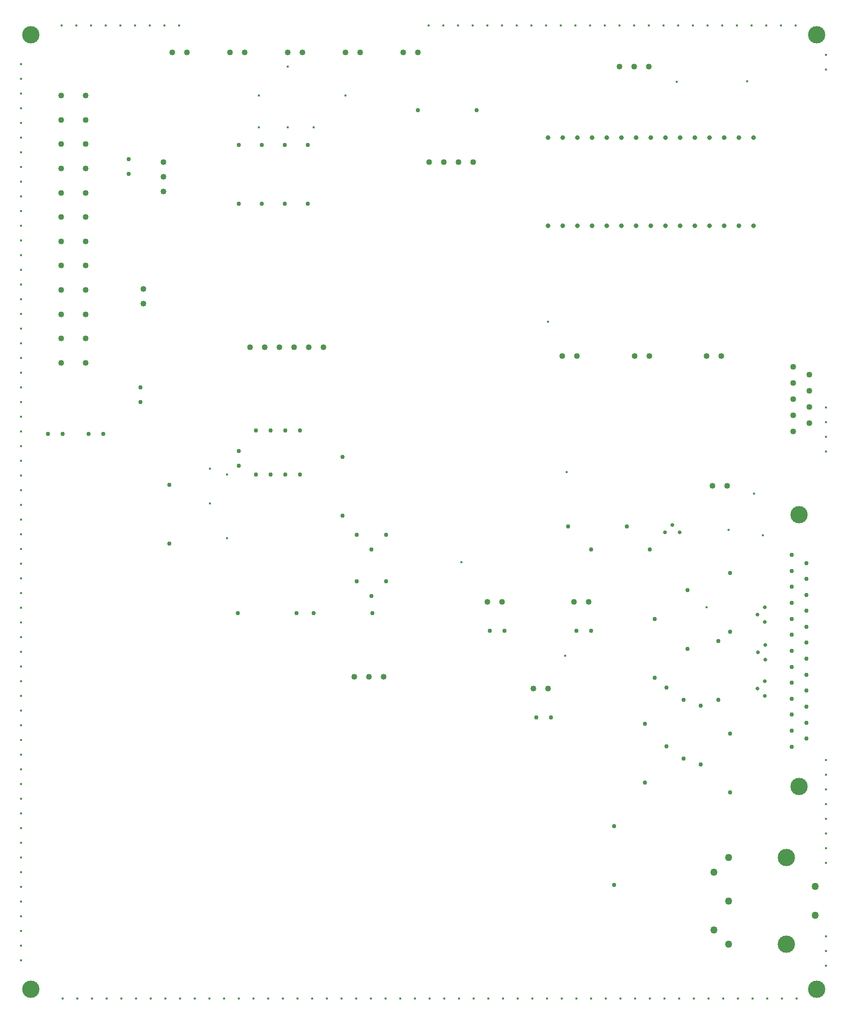
<source format=gbr>
G04 PROTEUS GERBER X2 FILE*
%TF.GenerationSoftware,Labcenter,Proteus,8.13-SP0-Build31525*%
%TF.CreationDate,2025-11-15T09:29:02+00:00*%
%TF.FileFunction,Plated,1,2,PTH*%
%TF.FilePolarity,Positive*%
%TF.Part,Single*%
%TF.SameCoordinates,{127dd545-9896-472c-b5e6-740e1155cc81}*%
%FSLAX45Y45*%
%MOMM*%
G01*
%TA.AperFunction,ViaDrill*%
%ADD81C,0.381000*%
%TA.AperFunction,MechanicalDrill*%
%ADD82C,0.381000*%
%TA.AperFunction,ComponentDrill*%
%ADD83C,0.800000*%
%TA.AperFunction,ComponentDrill*%
%ADD84C,1.016000*%
%ADD85C,0.762000*%
%TA.AperFunction,ComponentDrill*%
%ADD86C,1.270000*%
%TA.AperFunction,MechanicalDrill*%
%ADD87C,3.000000*%
%TA.AperFunction,ComponentDrill*%
%ADD88C,0.635000*%
%TA.AperFunction,OtherDrill,Unknown*%
%ADD89C,3.000000*%
%TA.AperFunction,ComponentDrill*%
%ADD90C,3.000000*%
%TD.AperFunction*%
D81*
X+3750000Y+200000D03*
X+4250000Y+200000D03*
X+4700000Y+200000D03*
X+2900000Y-5700000D03*
X+2900000Y-6300000D03*
X+3200000Y-5800000D03*
X+3200000Y-6900000D03*
X+5250000Y+750000D03*
X+4250000Y+1250000D03*
X+3750000Y+750000D03*
X+12200000Y+1000000D03*
X+10976882Y+987953D03*
X+7256314Y-7320626D03*
X+12466839Y-6853448D03*
X+11500000Y-8100000D03*
D82*
X+13053240Y-14861241D03*
X+12799240Y-14861241D03*
X+12545240Y-14861241D03*
X+12291240Y-14861241D03*
X+12037240Y-14861241D03*
X+11783240Y-14861241D03*
X+11529240Y-14861241D03*
X+11275240Y-14861241D03*
X+11021240Y-14861241D03*
X+10767240Y-14861241D03*
X+10513240Y-14861241D03*
X+10259240Y-14861241D03*
X+10005240Y-14861241D03*
X+9751240Y-14861241D03*
X+9497240Y-14861241D03*
X+9243240Y-14861241D03*
X+8989240Y-14861241D03*
X+8735240Y-14861241D03*
X+8481240Y-14861241D03*
X+8227240Y-14861241D03*
X+7973240Y-14861241D03*
X+7719240Y-14861241D03*
X+7465240Y-14861241D03*
X+7211240Y-14861241D03*
X+6957240Y-14861241D03*
X+6703240Y-14861241D03*
X+6449240Y-14861241D03*
X+6195240Y-14861241D03*
X+5941240Y-14861241D03*
X+5687240Y-14861241D03*
X+5433240Y-14861241D03*
X+5179240Y-14861241D03*
X+4925240Y-14861241D03*
X+4671240Y-14861241D03*
X+4417240Y-14861241D03*
X+4163240Y-14861241D03*
X+3909240Y-14861241D03*
X+3655240Y-14861241D03*
X+3401240Y-14861241D03*
X+3147240Y-14861241D03*
X+2893240Y-14861241D03*
X+2639240Y-14861241D03*
X+2385240Y-14861241D03*
X+2131240Y-14861241D03*
X+1877240Y-14861241D03*
X+1623240Y-14861241D03*
X+1369240Y-14861241D03*
X+1115240Y-14861241D03*
X+861240Y-14861241D03*
X+607240Y-14861241D03*
X+353240Y-14861241D03*
X-361240Y-14205316D03*
X-361240Y-13951316D03*
X-361240Y-13697316D03*
X-361240Y-13443316D03*
X-361240Y-13189316D03*
X-361240Y-12935316D03*
X-361240Y-12681316D03*
X-361240Y-12427316D03*
X-361240Y-12173316D03*
X-361240Y-11919316D03*
X-361240Y-11665316D03*
X-361240Y-11411316D03*
X-361240Y-11157316D03*
X-361240Y-10903316D03*
X-361240Y-10649316D03*
X-361240Y-10395316D03*
X-361240Y-10141316D03*
X-361240Y-9887316D03*
X-361240Y-9633316D03*
X-361240Y-9379316D03*
X-361240Y-9125316D03*
X-361240Y-8871316D03*
X-361240Y-8617316D03*
X-361240Y-8363316D03*
X-361240Y-8109316D03*
X-361240Y-7855316D03*
X-361240Y-7601316D03*
X-361240Y-7347316D03*
X-361240Y-7093316D03*
X-361240Y-6839316D03*
X-361240Y-6585316D03*
X-361240Y-6331316D03*
X-361240Y-6077316D03*
X-361240Y-5823316D03*
X-361240Y-5569316D03*
X-361240Y-5315316D03*
X-361240Y-5061316D03*
X-361240Y-4807316D03*
X-361240Y-4553316D03*
X-361240Y-4299316D03*
X-361240Y-4045316D03*
X-361240Y-3791316D03*
X-361240Y-3537316D03*
X-361240Y-3283316D03*
X-361240Y-3029316D03*
X-361240Y-2775316D03*
X-361240Y-2521316D03*
X-361240Y-2267316D03*
X-361240Y-2013316D03*
X-361240Y-1759316D03*
X-361240Y-1505316D03*
X-361240Y-1251316D03*
X-361240Y-997316D03*
X-361240Y-743316D03*
X-361240Y-489316D03*
X-361240Y-235316D03*
X-361240Y+18684D03*
X-361240Y+272684D03*
X-361240Y+526684D03*
X-361240Y+780684D03*
X-361240Y+1034684D03*
X-361240Y+1288684D03*
X+340246Y+1961241D03*
X+594246Y+1961241D03*
X+848246Y+1961241D03*
X+1102246Y+1961241D03*
X+1356246Y+1961241D03*
X+1610246Y+1961241D03*
X+1864246Y+1961241D03*
X+2118246Y+1961241D03*
X+2372246Y+1961241D03*
X+6690246Y+1961241D03*
X+6944246Y+1961241D03*
X+7198246Y+1961241D03*
X+7452246Y+1961241D03*
X+7706246Y+1961241D03*
X+7960246Y+1961241D03*
X+8214246Y+1961241D03*
X+8468246Y+1961241D03*
X+8722246Y+1961241D03*
X+8976246Y+1961241D03*
X+9230246Y+1961241D03*
X+9484246Y+1961241D03*
X+9738246Y+1961241D03*
X+9992246Y+1961241D03*
X+10246246Y+1961241D03*
X+10500246Y+1961241D03*
X+10754246Y+1961241D03*
X+11008246Y+1961241D03*
X+11262246Y+1961241D03*
X+11516246Y+1961241D03*
X+11770246Y+1961241D03*
X+12024246Y+1961241D03*
X+12278246Y+1961241D03*
X+12532246Y+1961241D03*
X+12786246Y+1961241D03*
X+13040246Y+1961241D03*
X+13561240Y+1453574D03*
X+13561240Y+1199574D03*
X+13561240Y-4642426D03*
X+13561240Y-4896426D03*
X+13561240Y-5150426D03*
X+13561240Y-5404426D03*
X+13561240Y-10738426D03*
X+13561240Y-10992426D03*
X+13561240Y-11246426D03*
X+13561240Y-11500426D03*
X+13561240Y-11754426D03*
X+13561240Y-12008426D03*
X+13561240Y-12262426D03*
X+13561240Y-12516426D03*
X+13561240Y-13786426D03*
X+13561240Y-14040426D03*
X+13561240Y-14294426D03*
D81*
X+12315337Y-6129865D03*
X+11876793Y-6762125D03*
X+8754619Y-3160992D03*
X+9079021Y-5763111D03*
X+9047310Y-8932128D03*
D83*
X+8750000Y-1500000D03*
X+9004000Y-1500000D03*
X+9258000Y-1500000D03*
X+9512000Y-1500000D03*
X+9766000Y-1500000D03*
X+10020000Y-1500000D03*
X+10274000Y-1500000D03*
X+10528000Y-1500000D03*
X+10782000Y-1500000D03*
X+11036000Y-1500000D03*
X+11290000Y-1500000D03*
X+11544000Y-1500000D03*
X+11798000Y-1500000D03*
X+12052000Y-1500000D03*
X+12306000Y-1500000D03*
X+12306000Y+24000D03*
X+12052000Y+24000D03*
X+11798000Y+24000D03*
X+11544000Y+24000D03*
X+11290000Y+24000D03*
X+11036000Y+24000D03*
X+10782000Y+24000D03*
X+10528000Y+24000D03*
X+10274000Y+24000D03*
X+10020000Y+24000D03*
X+9766000Y+24000D03*
X+9512000Y+24000D03*
X+9258000Y+24000D03*
X+9004000Y+24000D03*
X+8750000Y+24000D03*
D84*
X+9000000Y-3750000D03*
X+9254000Y-3750000D03*
X+10250000Y-3750000D03*
X+10504000Y-3750000D03*
X+11500000Y-3750000D03*
X+11754000Y-3750000D03*
X+5250000Y+1500000D03*
X+5504000Y+1500000D03*
X+6250000Y+1500000D03*
X+6504000Y+1500000D03*
X+4250000Y+1500000D03*
X+4504000Y+1500000D03*
X+2250000Y+1500000D03*
X+2504000Y+1500000D03*
X+3250000Y+1500000D03*
X+3504000Y+1500000D03*
D85*
X+6500000Y+500000D03*
X+7516000Y+500000D03*
X+3400000Y-100000D03*
X+3400000Y-1116000D03*
X+4600000Y-100000D03*
X+4600000Y-1116000D03*
X+4200000Y-100000D03*
X+4200000Y-1116000D03*
X+3800000Y-100000D03*
X+3800000Y-1116000D03*
D84*
X+12997209Y-3939340D03*
X+12997209Y-4218740D03*
X+12997209Y-4498140D03*
X+12997209Y-4777540D03*
X+12997209Y-5056940D03*
X+13276609Y-4079040D03*
X+13276609Y-4358440D03*
X+13276609Y-4637840D03*
X+13276609Y-4917240D03*
X+3600000Y-3600000D03*
X+3854000Y-3600000D03*
X+4108000Y-3600000D03*
X+4362000Y-3600000D03*
X+4616000Y-3600000D03*
X+4870000Y-3600000D03*
X+7700000Y-8000000D03*
X+7954000Y-8000000D03*
X+9200000Y-8000000D03*
X+9454000Y-8000000D03*
X+8500000Y-9500000D03*
X+8754000Y-9500000D03*
D85*
X+3700000Y-5800000D03*
X+3954000Y-5800000D03*
X+4208000Y-5800000D03*
X+4462000Y-5800000D03*
X+4462000Y-5038000D03*
X+4208000Y-5038000D03*
X+3954000Y-5038000D03*
X+3700000Y-5038000D03*
D86*
X+11875000Y-12425000D03*
X+11875000Y-13175000D03*
X+11875000Y-13925000D03*
X+11625000Y-12675000D03*
X+11625000Y-13675000D03*
X+13375000Y-13425000D03*
X+13375000Y-12925000D03*
D87*
X+12875000Y-13925000D03*
X+12875000Y-12425000D03*
D85*
X+5446000Y-6846000D03*
X+5954000Y-6846000D03*
X+5700000Y-7100000D03*
X+5200000Y-5500000D03*
X+5200000Y-6516000D03*
X+5446000Y-7646000D03*
X+5954000Y-7646000D03*
X+5700000Y-7900000D03*
X+4700000Y-8200000D03*
X+5716000Y-8200000D03*
X+4400000Y-8200000D03*
X+3384000Y-8200000D03*
X+2200000Y-7000000D03*
X+2200000Y-5984000D03*
D84*
X+5400000Y-9300000D03*
X+5654000Y-9300000D03*
X+5908000Y-9300000D03*
D85*
X+3400000Y-5400000D03*
X+3400000Y-5654000D03*
X+9900000Y-12900000D03*
X+9900000Y-11884000D03*
X+8000000Y-8500000D03*
X+7746000Y-8500000D03*
X+8800000Y-10000000D03*
X+8546000Y-10000000D03*
X+9500000Y-8500000D03*
X+9246000Y-8500000D03*
D88*
X+12500000Y-8354000D03*
X+12373000Y-8227000D03*
X+12500000Y-8100000D03*
D84*
X+750000Y+750000D03*
X+330000Y+750000D03*
X+750000Y+330000D03*
X+330000Y+330000D03*
X+750000Y-90000D03*
X+330000Y-90000D03*
X+750000Y-510000D03*
X+330000Y-510000D03*
X+750000Y-930000D03*
X+330000Y-930000D03*
X+750000Y-1350000D03*
X+330000Y-1350000D03*
X+750000Y-1770000D03*
X+330000Y-1770000D03*
X+750000Y-2190000D03*
X+330000Y-2190000D03*
X+750000Y-2610000D03*
X+330000Y-2610000D03*
X+750000Y-3030000D03*
X+330000Y-3030000D03*
X+750000Y-3450000D03*
X+330000Y-3450000D03*
X+750000Y-3870006D03*
X+330000Y-3870006D03*
X+1750000Y-2850000D03*
X+1750000Y-2596000D03*
D85*
X+1500000Y-600000D03*
X+1500000Y-346000D03*
X+800000Y-5100000D03*
X+1054000Y-5100000D03*
X+1700000Y-4550000D03*
X+1700000Y-4296000D03*
X+100000Y-5100000D03*
X+354000Y-5100000D03*
D84*
X+10500000Y+1250000D03*
X+10246000Y+1250000D03*
X+9992000Y+1250000D03*
D89*
X-200000Y+1800000D03*
X+13400000Y+1800000D03*
X+13400000Y-14700000D03*
X-200000Y-14700000D03*
D84*
X+6700000Y-400000D03*
X+6954000Y-400000D03*
X+7208000Y-400000D03*
X+7462000Y-400000D03*
X+2100000Y-400000D03*
X+2100000Y-654000D03*
X+2100000Y-908000D03*
D85*
X+12973000Y-7193420D03*
X+12973000Y-7470280D03*
X+12973000Y-7744600D03*
X+12973000Y-8021460D03*
X+12973000Y-8298320D03*
X+12973000Y-8572640D03*
X+12973000Y-8849500D03*
X+12973000Y-9126360D03*
X+12973000Y-9400680D03*
X+12973000Y-9677540D03*
X+12973000Y-9954400D03*
X+12973000Y-10228720D03*
X+12973000Y-10505580D03*
X+13227000Y-7330580D03*
X+13227000Y-7607440D03*
X+13227000Y-7881760D03*
X+13227000Y-8158620D03*
X+13227000Y-8435480D03*
X+13227000Y-8709800D03*
X+13227000Y-8986660D03*
X+13227000Y-9263520D03*
X+13227000Y-9537840D03*
X+13227000Y-9814700D03*
X+13227000Y-10091560D03*
X+13227000Y-10365880D03*
D90*
X+13100000Y-6500000D03*
X+13100000Y-11199000D03*
D84*
X+11600000Y-6000000D03*
X+11854000Y-6000000D03*
D85*
X+11900000Y-7500000D03*
X+11900000Y-8516000D03*
X+11396726Y-9796726D03*
X+11396726Y-10812726D03*
X+11165099Y-7800000D03*
X+11165099Y-8816000D03*
X+11900000Y-11300000D03*
X+11900000Y-10284000D03*
X+11700000Y-9700000D03*
X+11700000Y-8684000D03*
X+10430198Y-10116000D03*
X+10430198Y-11132000D03*
D88*
X+12500000Y-9627000D03*
X+12373000Y-9500000D03*
X+12500000Y-9373000D03*
X+12509501Y-9005907D03*
X+12382501Y-8878907D03*
X+12509501Y-8751907D03*
X+10773000Y-6800000D03*
X+10900000Y-6673000D03*
X+11027000Y-6800000D03*
D85*
X+9100000Y-6700000D03*
X+10116000Y-6700000D03*
X+9500000Y-7100000D03*
X+10516000Y-7100000D03*
X+10600000Y-8300000D03*
X+10600000Y-9316000D03*
X+10800000Y-10500000D03*
X+10800000Y-9484000D03*
X+11100000Y-9700000D03*
X+11100000Y-10716000D03*
M02*

</source>
